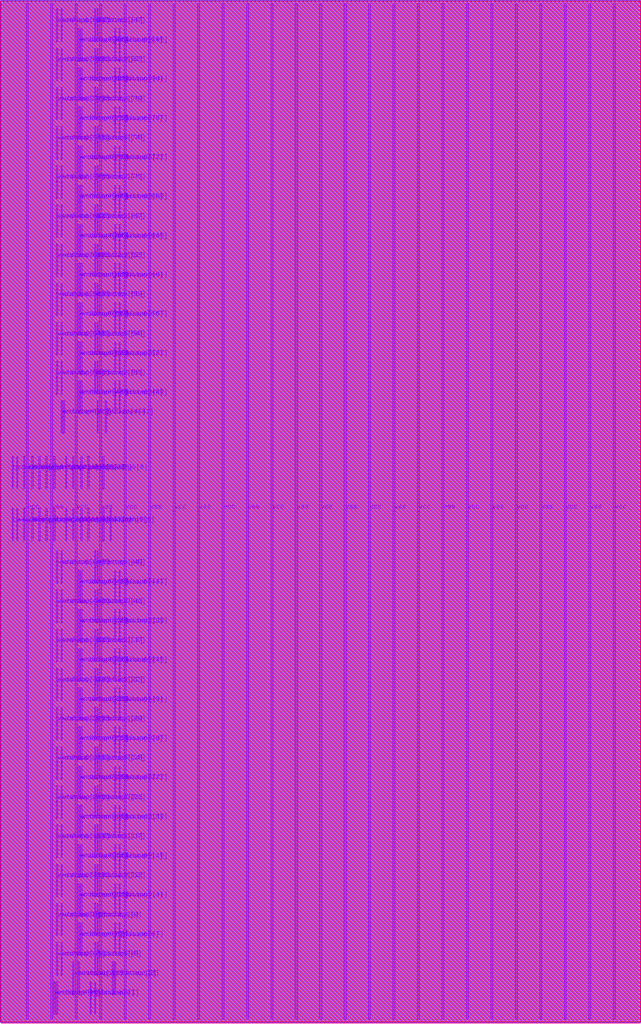
<source format=lef>
VERSION 5.8 ;
BUSBITCHARS "[]" ;
DIVIDERCHAR "/" ;

UNITS
  DATABASE MICRONS 4000 ;
END UNITS

MANUFACTURINGGRID 0.0005 ;

MACRO arf086b128e1r1w0cbbehsaa4acw
  CLASS BLOCK ;
  ORIGIN 0 0 ;
  FOREIGN arf086b128e1r1w0cbbehsaa4acw 0 0 ;
  SIZE 23.4 BY 37.44 ;
  PIN ckrdp0
    DIRECTION INPUT ;
    USE SIGNAL ;
    PORT
      LAYER m7 ;
        RECT 0.344 19.56 0.388 20.76 ;
    END
  END ckrdp0
  PIN ckwrp0
    DIRECTION INPUT ;
    USE SIGNAL ;
    PORT
      LAYER m7 ;
        RECT 0.344 17.64 0.388 18.84 ;
    END
  END ckwrp0
  PIN rdaddrp0[0]
    DIRECTION INPUT ;
    USE SIGNAL ;
    PORT
      LAYER m7 ;
        RECT 1.584 19.56 1.628 20.76 ;
    END
  END rdaddrp0[0]
  PIN rdaddrp0[1]
    DIRECTION INPUT ;
    USE SIGNAL ;
    PORT
      LAYER m7 ;
        RECT 1.884 19.56 1.928 20.76 ;
    END
  END rdaddrp0[1]
  PIN rdaddrp0[2]
    DIRECTION INPUT ;
    USE SIGNAL ;
    PORT
      LAYER m7 ;
        RECT 2.312 19.56 2.356 20.76 ;
    END
  END rdaddrp0[2]
  PIN rdaddrp0[3]
    DIRECTION INPUT ;
    USE SIGNAL ;
    PORT
      LAYER m7 ;
        RECT 2.572 19.56 2.616 20.76 ;
    END
  END rdaddrp0[3]
  PIN rdaddrp0[4]
    DIRECTION INPUT ;
    USE SIGNAL ;
    PORT
      LAYER m7 ;
        RECT 2.872 19.56 2.916 20.76 ;
    END
  END rdaddrp0[4]
  PIN rdaddrp0[5]
    DIRECTION INPUT ;
    USE SIGNAL ;
    PORT
      LAYER m7 ;
        RECT 3.128 19.56 3.172 20.76 ;
    END
  END rdaddrp0[5]
  PIN rdaddrp0[6]
    DIRECTION INPUT ;
    USE SIGNAL ;
    PORT
      LAYER m7 ;
        RECT 3.684 19.56 3.728 20.76 ;
    END
  END rdaddrp0[6]
  PIN rdaddrp0_fd
    DIRECTION INPUT ;
    USE SIGNAL ;
    PORT
      LAYER m7 ;
        RECT 0.512 19.56 0.556 20.76 ;
    END
  END rdaddrp0_fd
  PIN rdaddrp0_rd
    DIRECTION INPUT ;
    USE SIGNAL ;
    PORT
      LAYER m7 ;
        RECT 0.772 19.56 0.816 20.76 ;
    END
  END rdaddrp0_rd
  PIN rddatap0[0]
    DIRECTION OUTPUT ;
    USE SIGNAL ;
    PORT
      LAYER m7 ;
        RECT 3.212 0.24 3.256 1.44 ;
    END
  END rddatap0[0]
  PIN rddatap0[10]
    DIRECTION OUTPUT ;
    USE SIGNAL ;
    PORT
      LAYER m7 ;
        RECT 4.112 3.84 4.156 5.04 ;
    END
  END rddatap0[10]
  PIN rddatap0[11]
    DIRECTION OUTPUT ;
    USE SIGNAL ;
    PORT
      LAYER m7 ;
        RECT 4.284 3.84 4.328 5.04 ;
    END
  END rddatap0[11]
  PIN rddatap0[12]
    DIRECTION OUTPUT ;
    USE SIGNAL ;
    PORT
      LAYER m7 ;
        RECT 3.384 4.56 3.428 5.76 ;
    END
  END rddatap0[12]
  PIN rddatap0[13]
    DIRECTION OUTPUT ;
    USE SIGNAL ;
    PORT
      LAYER m7 ;
        RECT 3.472 4.56 3.516 5.76 ;
    END
  END rddatap0[13]
  PIN rddatap0[14]
    DIRECTION OUTPUT ;
    USE SIGNAL ;
    PORT
      LAYER m7 ;
        RECT 4.112 5.28 4.156 6.48 ;
    END
  END rddatap0[14]
  PIN rddatap0[15]
    DIRECTION OUTPUT ;
    USE SIGNAL ;
    PORT
      LAYER m7 ;
        RECT 4.284 5.28 4.328 6.48 ;
    END
  END rddatap0[15]
  PIN rddatap0[16]
    DIRECTION OUTPUT ;
    USE SIGNAL ;
    PORT
      LAYER m7 ;
        RECT 3.384 6 3.428 7.2 ;
    END
  END rddatap0[16]
  PIN rddatap0[17]
    DIRECTION OUTPUT ;
    USE SIGNAL ;
    PORT
      LAYER m7 ;
        RECT 3.472 6 3.516 7.2 ;
    END
  END rddatap0[17]
  PIN rddatap0[18]
    DIRECTION OUTPUT ;
    USE SIGNAL ;
    PORT
      LAYER m7 ;
        RECT 4.112 6.72 4.156 7.92 ;
    END
  END rddatap0[18]
  PIN rddatap0[19]
    DIRECTION OUTPUT ;
    USE SIGNAL ;
    PORT
      LAYER m7 ;
        RECT 4.284 6.72 4.328 7.92 ;
    END
  END rddatap0[19]
  PIN rddatap0[1]
    DIRECTION OUTPUT ;
    USE SIGNAL ;
    PORT
      LAYER m7 ;
        RECT 3.384 0.24 3.428 1.44 ;
    END
  END rddatap0[1]
  PIN rddatap0[20]
    DIRECTION OUTPUT ;
    USE SIGNAL ;
    PORT
      LAYER m7 ;
        RECT 3.384 7.44 3.428 8.64 ;
    END
  END rddatap0[20]
  PIN rddatap0[21]
    DIRECTION OUTPUT ;
    USE SIGNAL ;
    PORT
      LAYER m7 ;
        RECT 3.472 7.44 3.516 8.64 ;
    END
  END rddatap0[21]
  PIN rddatap0[22]
    DIRECTION OUTPUT ;
    USE SIGNAL ;
    PORT
      LAYER m7 ;
        RECT 4.112 8.16 4.156 9.36 ;
    END
  END rddatap0[22]
  PIN rddatap0[23]
    DIRECTION OUTPUT ;
    USE SIGNAL ;
    PORT
      LAYER m7 ;
        RECT 4.284 8.16 4.328 9.36 ;
    END
  END rddatap0[23]
  PIN rddatap0[24]
    DIRECTION OUTPUT ;
    USE SIGNAL ;
    PORT
      LAYER m7 ;
        RECT 3.384 8.88 3.428 10.08 ;
    END
  END rddatap0[24]
  PIN rddatap0[25]
    DIRECTION OUTPUT ;
    USE SIGNAL ;
    PORT
      LAYER m7 ;
        RECT 3.472 8.88 3.516 10.08 ;
    END
  END rddatap0[25]
  PIN rddatap0[26]
    DIRECTION OUTPUT ;
    USE SIGNAL ;
    PORT
      LAYER m7 ;
        RECT 4.112 9.6 4.156 10.8 ;
    END
  END rddatap0[26]
  PIN rddatap0[27]
    DIRECTION OUTPUT ;
    USE SIGNAL ;
    PORT
      LAYER m7 ;
        RECT 4.284 9.6 4.328 10.8 ;
    END
  END rddatap0[27]
  PIN rddatap0[28]
    DIRECTION OUTPUT ;
    USE SIGNAL ;
    PORT
      LAYER m7 ;
        RECT 3.384 10.32 3.428 11.52 ;
    END
  END rddatap0[28]
  PIN rddatap0[29]
    DIRECTION OUTPUT ;
    USE SIGNAL ;
    PORT
      LAYER m7 ;
        RECT 3.472 10.32 3.516 11.52 ;
    END
  END rddatap0[29]
  PIN rddatap0[2]
    DIRECTION OUTPUT ;
    USE SIGNAL ;
    PORT
      LAYER m7 ;
        RECT 4.028 0.96 4.072 2.16 ;
    END
  END rddatap0[2]
  PIN rddatap0[30]
    DIRECTION OUTPUT ;
    USE SIGNAL ;
    PORT
      LAYER m7 ;
        RECT 4.112 11.04 4.156 12.24 ;
    END
  END rddatap0[30]
  PIN rddatap0[31]
    DIRECTION OUTPUT ;
    USE SIGNAL ;
    PORT
      LAYER m7 ;
        RECT 4.284 11.04 4.328 12.24 ;
    END
  END rddatap0[31]
  PIN rddatap0[32]
    DIRECTION OUTPUT ;
    USE SIGNAL ;
    PORT
      LAYER m7 ;
        RECT 3.384 11.76 3.428 12.96 ;
    END
  END rddatap0[32]
  PIN rddatap0[33]
    DIRECTION OUTPUT ;
    USE SIGNAL ;
    PORT
      LAYER m7 ;
        RECT 3.472 11.76 3.516 12.96 ;
    END
  END rddatap0[33]
  PIN rddatap0[34]
    DIRECTION OUTPUT ;
    USE SIGNAL ;
    PORT
      LAYER m7 ;
        RECT 4.112 12.48 4.156 13.68 ;
    END
  END rddatap0[34]
  PIN rddatap0[35]
    DIRECTION OUTPUT ;
    USE SIGNAL ;
    PORT
      LAYER m7 ;
        RECT 4.284 12.48 4.328 13.68 ;
    END
  END rddatap0[35]
  PIN rddatap0[36]
    DIRECTION OUTPUT ;
    USE SIGNAL ;
    PORT
      LAYER m7 ;
        RECT 3.384 13.2 3.428 14.4 ;
    END
  END rddatap0[36]
  PIN rddatap0[37]
    DIRECTION OUTPUT ;
    USE SIGNAL ;
    PORT
      LAYER m7 ;
        RECT 3.472 13.2 3.516 14.4 ;
    END
  END rddatap0[37]
  PIN rddatap0[38]
    DIRECTION OUTPUT ;
    USE SIGNAL ;
    PORT
      LAYER m7 ;
        RECT 4.112 13.92 4.156 15.12 ;
    END
  END rddatap0[38]
  PIN rddatap0[39]
    DIRECTION OUTPUT ;
    USE SIGNAL ;
    PORT
      LAYER m7 ;
        RECT 4.284 13.92 4.328 15.12 ;
    END
  END rddatap0[39]
  PIN rddatap0[3]
    DIRECTION OUTPUT ;
    USE SIGNAL ;
    PORT
      LAYER m7 ;
        RECT 4.112 0.96 4.156 2.16 ;
    END
  END rddatap0[3]
  PIN rddatap0[40]
    DIRECTION OUTPUT ;
    USE SIGNAL ;
    PORT
      LAYER m7 ;
        RECT 3.384 14.64 3.428 15.84 ;
    END
  END rddatap0[40]
  PIN rddatap0[41]
    DIRECTION OUTPUT ;
    USE SIGNAL ;
    PORT
      LAYER m7 ;
        RECT 3.472 14.64 3.516 15.84 ;
    END
  END rddatap0[41]
  PIN rddatap0[42]
    DIRECTION OUTPUT ;
    USE SIGNAL ;
    PORT
      LAYER m7 ;
        RECT 4.112 15.36 4.156 16.56 ;
    END
  END rddatap0[42]
  PIN rddatap0[43]
    DIRECTION OUTPUT ;
    USE SIGNAL ;
    PORT
      LAYER m7 ;
        RECT 4.284 15.36 4.328 16.56 ;
    END
  END rddatap0[43]
  PIN rddatap0[44]
    DIRECTION OUTPUT ;
    USE SIGNAL ;
    PORT
      LAYER m7 ;
        RECT 3.384 16.08 3.428 17.28 ;
    END
  END rddatap0[44]
  PIN rddatap0[45]
    DIRECTION OUTPUT ;
    USE SIGNAL ;
    PORT
      LAYER m7 ;
        RECT 3.472 16.08 3.516 17.28 ;
    END
  END rddatap0[45]
  PIN rddatap0[46]
    DIRECTION OUTPUT ;
    USE SIGNAL ;
    PORT
      LAYER m7 ;
        RECT 3.472 21.6 3.516 22.8 ;
    END
  END rddatap0[46]
  PIN rddatap0[47]
    DIRECTION OUTPUT ;
    USE SIGNAL ;
    PORT
      LAYER m7 ;
        RECT 3.772 21.6 3.816 22.8 ;
    END
  END rddatap0[47]
  PIN rddatap0[48]
    DIRECTION OUTPUT ;
    USE SIGNAL ;
    PORT
      LAYER m7 ;
        RECT 4.112 22.32 4.156 23.52 ;
    END
  END rddatap0[48]
  PIN rddatap0[49]
    DIRECTION OUTPUT ;
    USE SIGNAL ;
    PORT
      LAYER m7 ;
        RECT 4.284 22.32 4.328 23.52 ;
    END
  END rddatap0[49]
  PIN rddatap0[4]
    DIRECTION OUTPUT ;
    USE SIGNAL ;
    PORT
      LAYER m7 ;
        RECT 3.384 1.68 3.428 2.88 ;
    END
  END rddatap0[4]
  PIN rddatap0[50]
    DIRECTION OUTPUT ;
    USE SIGNAL ;
    PORT
      LAYER m7 ;
        RECT 3.384 23.04 3.428 24.24 ;
    END
  END rddatap0[50]
  PIN rddatap0[51]
    DIRECTION OUTPUT ;
    USE SIGNAL ;
    PORT
      LAYER m7 ;
        RECT 3.472 23.04 3.516 24.24 ;
    END
  END rddatap0[51]
  PIN rddatap0[52]
    DIRECTION OUTPUT ;
    USE SIGNAL ;
    PORT
      LAYER m7 ;
        RECT 4.112 23.76 4.156 24.96 ;
    END
  END rddatap0[52]
  PIN rddatap0[53]
    DIRECTION OUTPUT ;
    USE SIGNAL ;
    PORT
      LAYER m7 ;
        RECT 4.284 23.76 4.328 24.96 ;
    END
  END rddatap0[53]
  PIN rddatap0[54]
    DIRECTION OUTPUT ;
    USE SIGNAL ;
    PORT
      LAYER m7 ;
        RECT 3.384 24.48 3.428 25.68 ;
    END
  END rddatap0[54]
  PIN rddatap0[55]
    DIRECTION OUTPUT ;
    USE SIGNAL ;
    PORT
      LAYER m7 ;
        RECT 3.472 24.48 3.516 25.68 ;
    END
  END rddatap0[55]
  PIN rddatap0[56]
    DIRECTION OUTPUT ;
    USE SIGNAL ;
    PORT
      LAYER m7 ;
        RECT 4.112 25.2 4.156 26.4 ;
    END
  END rddatap0[56]
  PIN rddatap0[57]
    DIRECTION OUTPUT ;
    USE SIGNAL ;
    PORT
      LAYER m7 ;
        RECT 4.284 25.2 4.328 26.4 ;
    END
  END rddatap0[57]
  PIN rddatap0[58]
    DIRECTION OUTPUT ;
    USE SIGNAL ;
    PORT
      LAYER m7 ;
        RECT 3.384 25.92 3.428 27.12 ;
    END
  END rddatap0[58]
  PIN rddatap0[59]
    DIRECTION OUTPUT ;
    USE SIGNAL ;
    PORT
      LAYER m7 ;
        RECT 3.472 25.92 3.516 27.12 ;
    END
  END rddatap0[59]
  PIN rddatap0[5]
    DIRECTION OUTPUT ;
    USE SIGNAL ;
    PORT
      LAYER m7 ;
        RECT 3.472 1.68 3.516 2.88 ;
    END
  END rddatap0[5]
  PIN rddatap0[60]
    DIRECTION OUTPUT ;
    USE SIGNAL ;
    PORT
      LAYER m7 ;
        RECT 4.112 26.64 4.156 27.84 ;
    END
  END rddatap0[60]
  PIN rddatap0[61]
    DIRECTION OUTPUT ;
    USE SIGNAL ;
    PORT
      LAYER m7 ;
        RECT 4.284 26.64 4.328 27.84 ;
    END
  END rddatap0[61]
  PIN rddatap0[62]
    DIRECTION OUTPUT ;
    USE SIGNAL ;
    PORT
      LAYER m7 ;
        RECT 3.384 27.36 3.428 28.56 ;
    END
  END rddatap0[62]
  PIN rddatap0[63]
    DIRECTION OUTPUT ;
    USE SIGNAL ;
    PORT
      LAYER m7 ;
        RECT 3.472 27.36 3.516 28.56 ;
    END
  END rddatap0[63]
  PIN rddatap0[64]
    DIRECTION OUTPUT ;
    USE SIGNAL ;
    PORT
      LAYER m7 ;
        RECT 4.112 28.08 4.156 29.28 ;
    END
  END rddatap0[64]
  PIN rddatap0[65]
    DIRECTION OUTPUT ;
    USE SIGNAL ;
    PORT
      LAYER m7 ;
        RECT 4.284 28.08 4.328 29.28 ;
    END
  END rddatap0[65]
  PIN rddatap0[66]
    DIRECTION OUTPUT ;
    USE SIGNAL ;
    PORT
      LAYER m7 ;
        RECT 3.384 28.8 3.428 30 ;
    END
  END rddatap0[66]
  PIN rddatap0[67]
    DIRECTION OUTPUT ;
    USE SIGNAL ;
    PORT
      LAYER m7 ;
        RECT 3.472 28.8 3.516 30 ;
    END
  END rddatap0[67]
  PIN rddatap0[68]
    DIRECTION OUTPUT ;
    USE SIGNAL ;
    PORT
      LAYER m7 ;
        RECT 4.112 29.52 4.156 30.72 ;
    END
  END rddatap0[68]
  PIN rddatap0[69]
    DIRECTION OUTPUT ;
    USE SIGNAL ;
    PORT
      LAYER m7 ;
        RECT 4.284 29.52 4.328 30.72 ;
    END
  END rddatap0[69]
  PIN rddatap0[6]
    DIRECTION OUTPUT ;
    USE SIGNAL ;
    PORT
      LAYER m7 ;
        RECT 4.112 2.4 4.156 3.6 ;
    END
  END rddatap0[6]
  PIN rddatap0[70]
    DIRECTION OUTPUT ;
    USE SIGNAL ;
    PORT
      LAYER m7 ;
        RECT 3.384 30.24 3.428 31.44 ;
    END
  END rddatap0[70]
  PIN rddatap0[71]
    DIRECTION OUTPUT ;
    USE SIGNAL ;
    PORT
      LAYER m7 ;
        RECT 3.472 30.24 3.516 31.44 ;
    END
  END rddatap0[71]
  PIN rddatap0[72]
    DIRECTION OUTPUT ;
    USE SIGNAL ;
    PORT
      LAYER m7 ;
        RECT 4.112 30.96 4.156 32.16 ;
    END
  END rddatap0[72]
  PIN rddatap0[73]
    DIRECTION OUTPUT ;
    USE SIGNAL ;
    PORT
      LAYER m7 ;
        RECT 4.284 30.96 4.328 32.16 ;
    END
  END rddatap0[73]
  PIN rddatap0[74]
    DIRECTION OUTPUT ;
    USE SIGNAL ;
    PORT
      LAYER m7 ;
        RECT 3.384 31.68 3.428 32.88 ;
    END
  END rddatap0[74]
  PIN rddatap0[75]
    DIRECTION OUTPUT ;
    USE SIGNAL ;
    PORT
      LAYER m7 ;
        RECT 3.472 31.68 3.516 32.88 ;
    END
  END rddatap0[75]
  PIN rddatap0[76]
    DIRECTION OUTPUT ;
    USE SIGNAL ;
    PORT
      LAYER m7 ;
        RECT 4.112 32.4 4.156 33.6 ;
    END
  END rddatap0[76]
  PIN rddatap0[77]
    DIRECTION OUTPUT ;
    USE SIGNAL ;
    PORT
      LAYER m7 ;
        RECT 4.284 32.4 4.328 33.6 ;
    END
  END rddatap0[77]
  PIN rddatap0[78]
    DIRECTION OUTPUT ;
    USE SIGNAL ;
    PORT
      LAYER m7 ;
        RECT 3.384 33.12 3.428 34.32 ;
    END
  END rddatap0[78]
  PIN rddatap0[79]
    DIRECTION OUTPUT ;
    USE SIGNAL ;
    PORT
      LAYER m7 ;
        RECT 3.472 33.12 3.516 34.32 ;
    END
  END rddatap0[79]
  PIN rddatap0[7]
    DIRECTION OUTPUT ;
    USE SIGNAL ;
    PORT
      LAYER m7 ;
        RECT 4.284 2.4 4.328 3.6 ;
    END
  END rddatap0[7]
  PIN rddatap0[80]
    DIRECTION OUTPUT ;
    USE SIGNAL ;
    PORT
      LAYER m7 ;
        RECT 4.112 33.84 4.156 35.04 ;
    END
  END rddatap0[80]
  PIN rddatap0[81]
    DIRECTION OUTPUT ;
    USE SIGNAL ;
    PORT
      LAYER m7 ;
        RECT 4.284 33.84 4.328 35.04 ;
    END
  END rddatap0[81]
  PIN rddatap0[82]
    DIRECTION OUTPUT ;
    USE SIGNAL ;
    PORT
      LAYER m7 ;
        RECT 3.384 34.56 3.428 35.76 ;
    END
  END rddatap0[82]
  PIN rddatap0[83]
    DIRECTION OUTPUT ;
    USE SIGNAL ;
    PORT
      LAYER m7 ;
        RECT 3.472 34.56 3.516 35.76 ;
    END
  END rddatap0[83]
  PIN rddatap0[84]
    DIRECTION OUTPUT ;
    USE SIGNAL ;
    PORT
      LAYER m7 ;
        RECT 4.112 35.28 4.156 36.48 ;
    END
  END rddatap0[84]
  PIN rddatap0[85]
    DIRECTION OUTPUT ;
    USE SIGNAL ;
    PORT
      LAYER m7 ;
        RECT 4.284 35.28 4.328 36.48 ;
    END
  END rddatap0[85]
  PIN rddatap0[86]
    DIRECTION OUTPUT ;
    USE SIGNAL ;
    PORT
      LAYER m7 ;
        RECT 3.384 36 3.428 37.2 ;
    END
  END rddatap0[86]
  PIN rddatap0[87]
    DIRECTION OUTPUT ;
    USE SIGNAL ;
    PORT
      LAYER m7 ;
        RECT 3.472 36 3.516 37.2 ;
    END
  END rddatap0[87]
  PIN rddatap0[8]
    DIRECTION OUTPUT ;
    USE SIGNAL ;
    PORT
      LAYER m7 ;
        RECT 3.384 3.12 3.428 4.32 ;
    END
  END rddatap0[8]
  PIN rddatap0[9]
    DIRECTION OUTPUT ;
    USE SIGNAL ;
    PORT
      LAYER m7 ;
        RECT 3.472 3.12 3.516 4.32 ;
    END
  END rddatap0[9]
  PIN rdenp0
    DIRECTION INPUT ;
    USE SIGNAL ;
    PORT
      LAYER m7 ;
        RECT 1.072 19.56 1.116 20.76 ;
    END
  END rdenp0
  PIN sdl_initp0
    DIRECTION INPUT ;
    USE SIGNAL ;
    PORT
      LAYER m7 ;
        RECT 1.328 19.56 1.372 20.76 ;
    END
  END sdl_initp0
  PIN vcc
    DIRECTION INPUT ;
    USE POWER ;
    PORT
      LAYER m7 ;
        RECT 22.462 0.06 22.538 37.38 ;
    END
    PORT
      LAYER m7 ;
        RECT 20.662 0.06 20.738 37.38 ;
    END
    PORT
      LAYER m7 ;
        RECT 18.862 0.06 18.938 37.38 ;
    END
    PORT
      LAYER m7 ;
        RECT 17.062 0.06 17.138 37.38 ;
    END
    PORT
      LAYER m7 ;
        RECT 15.262 0.06 15.338 37.38 ;
    END
    PORT
      LAYER m7 ;
        RECT 13.462 0.06 13.538 37.38 ;
    END
    PORT
      LAYER m7 ;
        RECT 11.662 0.06 11.738 37.38 ;
    END
    PORT
      LAYER m7 ;
        RECT 9.862 0.06 9.938 37.38 ;
    END
    PORT
      LAYER m7 ;
        RECT 8.062 0.06 8.138 37.38 ;
    END
    PORT
      LAYER m7 ;
        RECT 6.262 0.06 6.338 37.38 ;
    END
    PORT
      LAYER m7 ;
        RECT 4.462 0.06 4.538 37.38 ;
    END
    PORT
      LAYER m7 ;
        RECT 2.662 0.06 2.738 37.38 ;
    END
    PORT
      LAYER m7 ;
        RECT 0.862 0.06 0.938 37.38 ;
    END
  END vcc
  PIN vss
    DIRECTION INOUT ;
    USE GROUND ;
    PORT
      LAYER m7 ;
        RECT 21.562 0.06 21.638 37.38 ;
    END
    PORT
      LAYER m7 ;
        RECT 19.762 0.06 19.838 37.38 ;
    END
    PORT
      LAYER m7 ;
        RECT 17.962 0.06 18.038 37.38 ;
    END
    PORT
      LAYER m7 ;
        RECT 16.162 0.06 16.238 37.38 ;
    END
    PORT
      LAYER m7 ;
        RECT 14.362 0.06 14.438 37.38 ;
    END
    PORT
      LAYER m7 ;
        RECT 12.562 0.06 12.638 37.38 ;
    END
    PORT
      LAYER m7 ;
        RECT 10.762 0.06 10.838 37.38 ;
    END
    PORT
      LAYER m7 ;
        RECT 8.962 0.06 9.038 37.38 ;
    END
    PORT
      LAYER m7 ;
        RECT 7.162 0.06 7.238 37.38 ;
    END
    PORT
      LAYER m7 ;
        RECT 5.362 0.06 5.438 37.38 ;
    END
    PORT
      LAYER m7 ;
        RECT 3.562 0.06 3.638 37.38 ;
    END
    PORT
      LAYER m7 ;
        RECT 1.762 0.06 1.838 37.38 ;
    END
  END vss
  PIN wraddrp0[0]
    DIRECTION INPUT ;
    USE SIGNAL ;
    PORT
      LAYER m7 ;
        RECT 1.884 17.64 1.928 18.84 ;
    END
  END wraddrp0[0]
  PIN wraddrp0[1]
    DIRECTION INPUT ;
    USE SIGNAL ;
    PORT
      LAYER m7 ;
        RECT 2.312 17.64 2.356 18.84 ;
    END
  END wraddrp0[1]
  PIN wraddrp0[2]
    DIRECTION INPUT ;
    USE SIGNAL ;
    PORT
      LAYER m7 ;
        RECT 2.572 17.64 2.616 18.84 ;
    END
  END wraddrp0[2]
  PIN wraddrp0[3]
    DIRECTION INPUT ;
    USE SIGNAL ;
    PORT
      LAYER m7 ;
        RECT 2.872 17.64 2.916 18.84 ;
    END
  END wraddrp0[3]
  PIN wraddrp0[4]
    DIRECTION INPUT ;
    USE SIGNAL ;
    PORT
      LAYER m7 ;
        RECT 3.128 17.64 3.172 18.84 ;
    END
  END wraddrp0[4]
  PIN wraddrp0[5]
    DIRECTION INPUT ;
    USE SIGNAL ;
    PORT
      LAYER m7 ;
        RECT 3.684 17.64 3.728 18.84 ;
    END
  END wraddrp0[5]
  PIN wraddrp0[6]
    DIRECTION INPUT ;
    USE SIGNAL ;
    PORT
      LAYER m7 ;
        RECT 3.944 17.64 3.988 18.84 ;
    END
  END wraddrp0[6]
  PIN wraddrp0_fd
    DIRECTION INPUT ;
    USE SIGNAL ;
    PORT
      LAYER m7 ;
        RECT 0.512 17.64 0.556 18.84 ;
    END
  END wraddrp0_fd
  PIN wraddrp0_rd
    DIRECTION INPUT ;
    USE SIGNAL ;
    PORT
      LAYER m7 ;
        RECT 0.772 17.64 0.816 18.84 ;
    END
  END wraddrp0_rd
  PIN wrdatap0[0]
    DIRECTION INPUT ;
    USE SIGNAL ;
    PORT
      LAYER m7 ;
        RECT 1.884 0.24 1.928 1.44 ;
    END
  END wrdatap0[0]
  PIN wrdatap0[10]
    DIRECTION INPUT ;
    USE SIGNAL ;
    PORT
      LAYER m7 ;
        RECT 2.784 3.84 2.828 5.04 ;
    END
  END wrdatap0[10]
  PIN wrdatap0[11]
    DIRECTION INPUT ;
    USE SIGNAL ;
    PORT
      LAYER m7 ;
        RECT 2.872 3.84 2.916 5.04 ;
    END
  END wrdatap0[11]
  PIN wrdatap0[12]
    DIRECTION INPUT ;
    USE SIGNAL ;
    PORT
      LAYER m7 ;
        RECT 1.972 4.56 2.016 5.76 ;
    END
  END wrdatap0[12]
  PIN wrdatap0[13]
    DIRECTION INPUT ;
    USE SIGNAL ;
    PORT
      LAYER m7 ;
        RECT 2.144 4.56 2.188 5.76 ;
    END
  END wrdatap0[13]
  PIN wrdatap0[14]
    DIRECTION INPUT ;
    USE SIGNAL ;
    PORT
      LAYER m7 ;
        RECT 2.784 5.28 2.828 6.48 ;
    END
  END wrdatap0[14]
  PIN wrdatap0[15]
    DIRECTION INPUT ;
    USE SIGNAL ;
    PORT
      LAYER m7 ;
        RECT 2.872 5.28 2.916 6.48 ;
    END
  END wrdatap0[15]
  PIN wrdatap0[16]
    DIRECTION INPUT ;
    USE SIGNAL ;
    PORT
      LAYER m7 ;
        RECT 1.972 6 2.016 7.2 ;
    END
  END wrdatap0[16]
  PIN wrdatap0[17]
    DIRECTION INPUT ;
    USE SIGNAL ;
    PORT
      LAYER m7 ;
        RECT 2.144 6 2.188 7.2 ;
    END
  END wrdatap0[17]
  PIN wrdatap0[18]
    DIRECTION INPUT ;
    USE SIGNAL ;
    PORT
      LAYER m7 ;
        RECT 2.784 6.72 2.828 7.92 ;
    END
  END wrdatap0[18]
  PIN wrdatap0[19]
    DIRECTION INPUT ;
    USE SIGNAL ;
    PORT
      LAYER m7 ;
        RECT 2.872 6.72 2.916 7.92 ;
    END
  END wrdatap0[19]
  PIN wrdatap0[1]
    DIRECTION INPUT ;
    USE SIGNAL ;
    PORT
      LAYER m7 ;
        RECT 1.972 0.24 2.016 1.44 ;
    END
  END wrdatap0[1]
  PIN wrdatap0[20]
    DIRECTION INPUT ;
    USE SIGNAL ;
    PORT
      LAYER m7 ;
        RECT 1.972 7.44 2.016 8.64 ;
    END
  END wrdatap0[20]
  PIN wrdatap0[21]
    DIRECTION INPUT ;
    USE SIGNAL ;
    PORT
      LAYER m7 ;
        RECT 2.144 7.44 2.188 8.64 ;
    END
  END wrdatap0[21]
  PIN wrdatap0[22]
    DIRECTION INPUT ;
    USE SIGNAL ;
    PORT
      LAYER m7 ;
        RECT 2.784 8.16 2.828 9.36 ;
    END
  END wrdatap0[22]
  PIN wrdatap0[23]
    DIRECTION INPUT ;
    USE SIGNAL ;
    PORT
      LAYER m7 ;
        RECT 2.872 8.16 2.916 9.36 ;
    END
  END wrdatap0[23]
  PIN wrdatap0[24]
    DIRECTION INPUT ;
    USE SIGNAL ;
    PORT
      LAYER m7 ;
        RECT 1.972 8.88 2.016 10.08 ;
    END
  END wrdatap0[24]
  PIN wrdatap0[25]
    DIRECTION INPUT ;
    USE SIGNAL ;
    PORT
      LAYER m7 ;
        RECT 2.144 8.88 2.188 10.08 ;
    END
  END wrdatap0[25]
  PIN wrdatap0[26]
    DIRECTION INPUT ;
    USE SIGNAL ;
    PORT
      LAYER m7 ;
        RECT 2.784 9.6 2.828 10.8 ;
    END
  END wrdatap0[26]
  PIN wrdatap0[27]
    DIRECTION INPUT ;
    USE SIGNAL ;
    PORT
      LAYER m7 ;
        RECT 2.872 9.6 2.916 10.8 ;
    END
  END wrdatap0[27]
  PIN wrdatap0[28]
    DIRECTION INPUT ;
    USE SIGNAL ;
    PORT
      LAYER m7 ;
        RECT 1.972 10.32 2.016 11.52 ;
    END
  END wrdatap0[28]
  PIN wrdatap0[29]
    DIRECTION INPUT ;
    USE SIGNAL ;
    PORT
      LAYER m7 ;
        RECT 2.144 10.32 2.188 11.52 ;
    END
  END wrdatap0[29]
  PIN wrdatap0[2]
    DIRECTION INPUT ;
    USE SIGNAL ;
    PORT
      LAYER m7 ;
        RECT 2.572 0.96 2.616 2.16 ;
    END
  END wrdatap0[2]
  PIN wrdatap0[30]
    DIRECTION INPUT ;
    USE SIGNAL ;
    PORT
      LAYER m7 ;
        RECT 2.784 11.04 2.828 12.24 ;
    END
  END wrdatap0[30]
  PIN wrdatap0[31]
    DIRECTION INPUT ;
    USE SIGNAL ;
    PORT
      LAYER m7 ;
        RECT 2.872 11.04 2.916 12.24 ;
    END
  END wrdatap0[31]
  PIN wrdatap0[32]
    DIRECTION INPUT ;
    USE SIGNAL ;
    PORT
      LAYER m7 ;
        RECT 1.972 11.76 2.016 12.96 ;
    END
  END wrdatap0[32]
  PIN wrdatap0[33]
    DIRECTION INPUT ;
    USE SIGNAL ;
    PORT
      LAYER m7 ;
        RECT 2.144 11.76 2.188 12.96 ;
    END
  END wrdatap0[33]
  PIN wrdatap0[34]
    DIRECTION INPUT ;
    USE SIGNAL ;
    PORT
      LAYER m7 ;
        RECT 2.784 12.48 2.828 13.68 ;
    END
  END wrdatap0[34]
  PIN wrdatap0[35]
    DIRECTION INPUT ;
    USE SIGNAL ;
    PORT
      LAYER m7 ;
        RECT 2.872 12.48 2.916 13.68 ;
    END
  END wrdatap0[35]
  PIN wrdatap0[36]
    DIRECTION INPUT ;
    USE SIGNAL ;
    PORT
      LAYER m7 ;
        RECT 1.972 13.2 2.016 14.4 ;
    END
  END wrdatap0[36]
  PIN wrdatap0[37]
    DIRECTION INPUT ;
    USE SIGNAL ;
    PORT
      LAYER m7 ;
        RECT 2.144 13.2 2.188 14.4 ;
    END
  END wrdatap0[37]
  PIN wrdatap0[38]
    DIRECTION INPUT ;
    USE SIGNAL ;
    PORT
      LAYER m7 ;
        RECT 2.784 13.92 2.828 15.12 ;
    END
  END wrdatap0[38]
  PIN wrdatap0[39]
    DIRECTION INPUT ;
    USE SIGNAL ;
    PORT
      LAYER m7 ;
        RECT 2.872 13.92 2.916 15.12 ;
    END
  END wrdatap0[39]
  PIN wrdatap0[3]
    DIRECTION INPUT ;
    USE SIGNAL ;
    PORT
      LAYER m7 ;
        RECT 2.784 0.96 2.828 2.16 ;
    END
  END wrdatap0[3]
  PIN wrdatap0[40]
    DIRECTION INPUT ;
    USE SIGNAL ;
    PORT
      LAYER m7 ;
        RECT 1.972 14.64 2.016 15.84 ;
    END
  END wrdatap0[40]
  PIN wrdatap0[41]
    DIRECTION INPUT ;
    USE SIGNAL ;
    PORT
      LAYER m7 ;
        RECT 2.144 14.64 2.188 15.84 ;
    END
  END wrdatap0[41]
  PIN wrdatap0[42]
    DIRECTION INPUT ;
    USE SIGNAL ;
    PORT
      LAYER m7 ;
        RECT 2.784 15.36 2.828 16.56 ;
    END
  END wrdatap0[42]
  PIN wrdatap0[43]
    DIRECTION INPUT ;
    USE SIGNAL ;
    PORT
      LAYER m7 ;
        RECT 2.872 15.36 2.916 16.56 ;
    END
  END wrdatap0[43]
  PIN wrdatap0[44]
    DIRECTION INPUT ;
    USE SIGNAL ;
    PORT
      LAYER m7 ;
        RECT 1.972 16.08 2.016 17.28 ;
    END
  END wrdatap0[44]
  PIN wrdatap0[45]
    DIRECTION INPUT ;
    USE SIGNAL ;
    PORT
      LAYER m7 ;
        RECT 2.144 16.08 2.188 17.28 ;
    END
  END wrdatap0[45]
  PIN wrdatap0[46]
    DIRECTION INPUT ;
    USE SIGNAL ;
    PORT
      LAYER m7 ;
        RECT 2.144 21.6 2.188 22.8 ;
    END
  END wrdatap0[46]
  PIN wrdatap0[47]
    DIRECTION INPUT ;
    USE SIGNAL ;
    PORT
      LAYER m7 ;
        RECT 2.228 21.6 2.272 22.8 ;
    END
  END wrdatap0[47]
  PIN wrdatap0[48]
    DIRECTION INPUT ;
    USE SIGNAL ;
    PORT
      LAYER m7 ;
        RECT 2.784 22.32 2.828 23.52 ;
    END
  END wrdatap0[48]
  PIN wrdatap0[49]
    DIRECTION INPUT ;
    USE SIGNAL ;
    PORT
      LAYER m7 ;
        RECT 2.872 22.32 2.916 23.52 ;
    END
  END wrdatap0[49]
  PIN wrdatap0[4]
    DIRECTION INPUT ;
    USE SIGNAL ;
    PORT
      LAYER m7 ;
        RECT 1.972 1.68 2.016 2.88 ;
    END
  END wrdatap0[4]
  PIN wrdatap0[50]
    DIRECTION INPUT ;
    USE SIGNAL ;
    PORT
      LAYER m7 ;
        RECT 1.972 23.04 2.016 24.24 ;
    END
  END wrdatap0[50]
  PIN wrdatap0[51]
    DIRECTION INPUT ;
    USE SIGNAL ;
    PORT
      LAYER m7 ;
        RECT 2.144 23.04 2.188 24.24 ;
    END
  END wrdatap0[51]
  PIN wrdatap0[52]
    DIRECTION INPUT ;
    USE SIGNAL ;
    PORT
      LAYER m7 ;
        RECT 2.784 23.76 2.828 24.96 ;
    END
  END wrdatap0[52]
  PIN wrdatap0[53]
    DIRECTION INPUT ;
    USE SIGNAL ;
    PORT
      LAYER m7 ;
        RECT 2.872 23.76 2.916 24.96 ;
    END
  END wrdatap0[53]
  PIN wrdatap0[54]
    DIRECTION INPUT ;
    USE SIGNAL ;
    PORT
      LAYER m7 ;
        RECT 1.972 24.48 2.016 25.68 ;
    END
  END wrdatap0[54]
  PIN wrdatap0[55]
    DIRECTION INPUT ;
    USE SIGNAL ;
    PORT
      LAYER m7 ;
        RECT 2.144 24.48 2.188 25.68 ;
    END
  END wrdatap0[55]
  PIN wrdatap0[56]
    DIRECTION INPUT ;
    USE SIGNAL ;
    PORT
      LAYER m7 ;
        RECT 2.784 25.2 2.828 26.4 ;
    END
  END wrdatap0[56]
  PIN wrdatap0[57]
    DIRECTION INPUT ;
    USE SIGNAL ;
    PORT
      LAYER m7 ;
        RECT 2.872 25.2 2.916 26.4 ;
    END
  END wrdatap0[57]
  PIN wrdatap0[58]
    DIRECTION INPUT ;
    USE SIGNAL ;
    PORT
      LAYER m7 ;
        RECT 1.972 25.92 2.016 27.12 ;
    END
  END wrdatap0[58]
  PIN wrdatap0[59]
    DIRECTION INPUT ;
    USE SIGNAL ;
    PORT
      LAYER m7 ;
        RECT 2.144 25.92 2.188 27.12 ;
    END
  END wrdatap0[59]
  PIN wrdatap0[5]
    DIRECTION INPUT ;
    USE SIGNAL ;
    PORT
      LAYER m7 ;
        RECT 2.144 1.68 2.188 2.88 ;
    END
  END wrdatap0[5]
  PIN wrdatap0[60]
    DIRECTION INPUT ;
    USE SIGNAL ;
    PORT
      LAYER m7 ;
        RECT 2.784 26.64 2.828 27.84 ;
    END
  END wrdatap0[60]
  PIN wrdatap0[61]
    DIRECTION INPUT ;
    USE SIGNAL ;
    PORT
      LAYER m7 ;
        RECT 2.872 26.64 2.916 27.84 ;
    END
  END wrdatap0[61]
  PIN wrdatap0[62]
    DIRECTION INPUT ;
    USE SIGNAL ;
    PORT
      LAYER m7 ;
        RECT 1.972 27.36 2.016 28.56 ;
    END
  END wrdatap0[62]
  PIN wrdatap0[63]
    DIRECTION INPUT ;
    USE SIGNAL ;
    PORT
      LAYER m7 ;
        RECT 2.144 27.36 2.188 28.56 ;
    END
  END wrdatap0[63]
  PIN wrdatap0[64]
    DIRECTION INPUT ;
    USE SIGNAL ;
    PORT
      LAYER m7 ;
        RECT 2.784 28.08 2.828 29.28 ;
    END
  END wrdatap0[64]
  PIN wrdatap0[65]
    DIRECTION INPUT ;
    USE SIGNAL ;
    PORT
      LAYER m7 ;
        RECT 2.872 28.08 2.916 29.28 ;
    END
  END wrdatap0[65]
  PIN wrdatap0[66]
    DIRECTION INPUT ;
    USE SIGNAL ;
    PORT
      LAYER m7 ;
        RECT 1.972 28.8 2.016 30 ;
    END
  END wrdatap0[66]
  PIN wrdatap0[67]
    DIRECTION INPUT ;
    USE SIGNAL ;
    PORT
      LAYER m7 ;
        RECT 2.144 28.8 2.188 30 ;
    END
  END wrdatap0[67]
  PIN wrdatap0[68]
    DIRECTION INPUT ;
    USE SIGNAL ;
    PORT
      LAYER m7 ;
        RECT 2.784 29.52 2.828 30.72 ;
    END
  END wrdatap0[68]
  PIN wrdatap0[69]
    DIRECTION INPUT ;
    USE SIGNAL ;
    PORT
      LAYER m7 ;
        RECT 2.872 29.52 2.916 30.72 ;
    END
  END wrdatap0[69]
  PIN wrdatap0[6]
    DIRECTION INPUT ;
    USE SIGNAL ;
    PORT
      LAYER m7 ;
        RECT 2.784 2.4 2.828 3.6 ;
    END
  END wrdatap0[6]
  PIN wrdatap0[70]
    DIRECTION INPUT ;
    USE SIGNAL ;
    PORT
      LAYER m7 ;
        RECT 1.972 30.24 2.016 31.44 ;
    END
  END wrdatap0[70]
  PIN wrdatap0[71]
    DIRECTION INPUT ;
    USE SIGNAL ;
    PORT
      LAYER m7 ;
        RECT 2.144 30.24 2.188 31.44 ;
    END
  END wrdatap0[71]
  PIN wrdatap0[72]
    DIRECTION INPUT ;
    USE SIGNAL ;
    PORT
      LAYER m7 ;
        RECT 2.784 30.96 2.828 32.16 ;
    END
  END wrdatap0[72]
  PIN wrdatap0[73]
    DIRECTION INPUT ;
    USE SIGNAL ;
    PORT
      LAYER m7 ;
        RECT 2.872 30.96 2.916 32.16 ;
    END
  END wrdatap0[73]
  PIN wrdatap0[74]
    DIRECTION INPUT ;
    USE SIGNAL ;
    PORT
      LAYER m7 ;
        RECT 1.972 31.68 2.016 32.88 ;
    END
  END wrdatap0[74]
  PIN wrdatap0[75]
    DIRECTION INPUT ;
    USE SIGNAL ;
    PORT
      LAYER m7 ;
        RECT 2.144 31.68 2.188 32.88 ;
    END
  END wrdatap0[75]
  PIN wrdatap0[76]
    DIRECTION INPUT ;
    USE SIGNAL ;
    PORT
      LAYER m7 ;
        RECT 2.784 32.4 2.828 33.6 ;
    END
  END wrdatap0[76]
  PIN wrdatap0[77]
    DIRECTION INPUT ;
    USE SIGNAL ;
    PORT
      LAYER m7 ;
        RECT 2.872 32.4 2.916 33.6 ;
    END
  END wrdatap0[77]
  PIN wrdatap0[78]
    DIRECTION INPUT ;
    USE SIGNAL ;
    PORT
      LAYER m7 ;
        RECT 1.972 33.12 2.016 34.32 ;
    END
  END wrdatap0[78]
  PIN wrdatap0[79]
    DIRECTION INPUT ;
    USE SIGNAL ;
    PORT
      LAYER m7 ;
        RECT 2.144 33.12 2.188 34.32 ;
    END
  END wrdatap0[79]
  PIN wrdatap0[7]
    DIRECTION INPUT ;
    USE SIGNAL ;
    PORT
      LAYER m7 ;
        RECT 2.872 2.4 2.916 3.6 ;
    END
  END wrdatap0[7]
  PIN wrdatap0[80]
    DIRECTION INPUT ;
    USE SIGNAL ;
    PORT
      LAYER m7 ;
        RECT 2.784 33.84 2.828 35.04 ;
    END
  END wrdatap0[80]
  PIN wrdatap0[81]
    DIRECTION INPUT ;
    USE SIGNAL ;
    PORT
      LAYER m7 ;
        RECT 2.872 33.84 2.916 35.04 ;
    END
  END wrdatap0[81]
  PIN wrdatap0[82]
    DIRECTION INPUT ;
    USE SIGNAL ;
    PORT
      LAYER m7 ;
        RECT 1.972 34.56 2.016 35.76 ;
    END
  END wrdatap0[82]
  PIN wrdatap0[83]
    DIRECTION INPUT ;
    USE SIGNAL ;
    PORT
      LAYER m7 ;
        RECT 2.144 34.56 2.188 35.76 ;
    END
  END wrdatap0[83]
  PIN wrdatap0[84]
    DIRECTION INPUT ;
    USE SIGNAL ;
    PORT
      LAYER m7 ;
        RECT 2.784 35.28 2.828 36.48 ;
    END
  END wrdatap0[84]
  PIN wrdatap0[85]
    DIRECTION INPUT ;
    USE SIGNAL ;
    PORT
      LAYER m7 ;
        RECT 2.872 35.28 2.916 36.48 ;
    END
  END wrdatap0[85]
  PIN wrdatap0[86]
    DIRECTION INPUT ;
    USE SIGNAL ;
    PORT
      LAYER m7 ;
        RECT 1.972 36 2.016 37.2 ;
    END
  END wrdatap0[86]
  PIN wrdatap0[87]
    DIRECTION INPUT ;
    USE SIGNAL ;
    PORT
      LAYER m7 ;
        RECT 2.144 36 2.188 37.2 ;
    END
  END wrdatap0[87]
  PIN wrdatap0[8]
    DIRECTION INPUT ;
    USE SIGNAL ;
    PORT
      LAYER m7 ;
        RECT 1.972 3.12 2.016 4.32 ;
    END
  END wrdatap0[8]
  PIN wrdatap0[9]
    DIRECTION INPUT ;
    USE SIGNAL ;
    PORT
      LAYER m7 ;
        RECT 2.144 3.12 2.188 4.32 ;
    END
  END wrdatap0[9]
  PIN wrdatap0_fd
    DIRECTION INPUT ;
    USE SIGNAL ;
    PORT
      LAYER m7 ;
        RECT 1.328 17.64 1.372 18.84 ;
    END
  END wrdatap0_fd
  PIN wrdatap0_rd
    DIRECTION INPUT ;
    USE SIGNAL ;
    PORT
      LAYER m7 ;
        RECT 1.584 17.64 1.628 18.84 ;
    END
  END wrdatap0_rd
  PIN wrenp0
    DIRECTION INPUT ;
    USE SIGNAL ;
    PORT
      LAYER m7 ;
        RECT 1.072 17.64 1.116 18.84 ;
    END
  END wrenp0
  OBS
    LAYER m0 SPACING 0 ;
      RECT 0 0 23.4 37.44 ;
    LAYER m1 SPACING 0 ;
      RECT 0 0 23.4 37.44 ;
    LAYER m2 SPACING 0 ;
      RECT -0.0705 -0.038 23.4705 37.478 ;
    LAYER m3 SPACING 0 ;
      RECT -0.035 -0.07 23.435 37.51 ;
    LAYER m4 SPACING 0 ;
      RECT -0.07 -0.038 23.47 37.478 ;
    LAYER m5 SPACING 0 ;
      RECT -0.059 -0.09 23.459 37.53 ;
    LAYER m6 SPACING 0 ;
      RECT -0.09 -0.062 23.49 37.502 ;
    LAYER m7 SPACING 0 ;
      RECT -0.092 -0.06 23.492 37.5 ;
  END
END arf086b128e1r1w0cbbehsaa4acw
END LIBRARY

</source>
